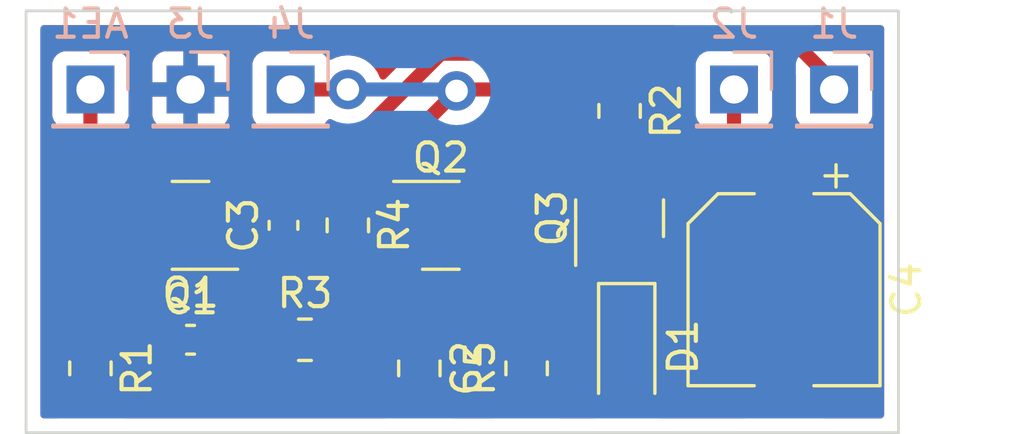
<source format=kicad_pcb>
(kicad_pcb (version 20211014) (generator pcbnew)
  (layers (0 "F.Cu" signal) (31 "B.Cu" signal) (34 "B.Paste" user) (35 "F.Paste" user) (36 "B.SilkS" user "B.Silkscreen") (37 "F.SilkS" user "F.Silkscreen") (38 "B.Mask" user) (39 "F.Mask" user) (44 "Edge.Cuts" user))
  (net 0 "")
  (net 1 "Net-(AE1-Pad1)")
  (net 2 "Net-(C1-Pad2)")
  (net 3 "Net-(C2-Pad1)")
  (net 4 "GND")
  (net 5 "Net-(C3-Pad1)")
  (net 6 "Net-(C3-Pad2)")
  (net 7 "Net-(C4-Pad1)")
  (net 8 "Net-(Q1-Pad3)")
  (net 9 "+5V")
  (footprint "Capacitor_SMD:CP_Elec_6.3x5.8" (layer "F.Cu") (at 114.808 89.662 -90)
    (fp_text reference "C4" (at 0 -4.35 90) (layer "F.SilkS"))
    (fp_text value "47u")
    (fp_line (start -2.345563 3.41) (end 3.41 3.41) (layer "F.SilkS") (width 0.12))
    (fp_line (start -3.41 -2.345563) (end -3.41 -1.06) (layer "F.SilkS") (width 0.12))
    (fp_line (start -4.4375 -1.8475) (end -3.65 -1.8475) (layer "F.SilkS") (width 0.12))
    (fp_line (start 3.41 -3.41) (end 3.41 -1.06) (layer "F.SilkS") (width 0.12))
    (fp_line (start -3.41 2.345563) (end -3.41 1.06) (layer "F.SilkS") (width 0.12))
    (fp_line (start 3.41 3.41) (end 3.41 1.06) (layer "F.SilkS") (width 0.12))
    (fp_line (start -3.41 2.345563) (end -2.345563 3.41) (layer "F.SilkS") (width 0.12))
    (fp_line (start -2.345563 -3.41) (end 3.41 -3.41) (layer "F.SilkS") (width 0.12))
    (fp_line (start -3.41 -2.345563) (end -2.345563 -3.41) (layer "F.SilkS") (width 0.12))
    (fp_line (start -4.04375 -2.24125) (end -4.04375 -1.45375) (layer "F.SilkS") (width 0.12))
    (pad "1" smd roundrect (at -2.7 0 270) (size 3.5 1.6) (layers "F.Cu" "F.Paste" "F.Mask") (roundrect_rratio 0.15625) (net 7 "Net-(C4-Pad1)"))
    (pad "2" smd roundrect (at 2.7 0 270) (size 3.5 1.6) (layers "F.Cu" "F.Paste" "F.Mask") (roundrect_rratio 0.15625) (net 4 "GND"))
  )
  (footprint "Capacitor_SMD:C_0603_1608Metric" (layer "F.Cu") (at 93.726 91.44)
    (fp_text reference "C1" (at 0 -1.43) (layer "F.SilkS"))
    (fp_text value "100p")
    (fp_line (start -0.14058 -0.51) (end 0.14058 -0.51) (layer "F.SilkS") (width 0.12))
    (fp_line (start -0.14058 0.51) (end 0.14058 0.51) (layer "F.SilkS") (width 0.12))
    (pad "1" smd roundrect (at -0.775 0) (size 0.9 0.95) (layers "F.Cu" "F.Paste" "F.Mask") (net 1 "Net-(AE1-Pad1)"))
    (pad "2" smd roundrect (at 0.775 0) (size 0.9 0.95) (layers "F.Cu" "F.Paste" "F.Mask") (net 2 "Net-(C1-Pad2)"))
  )
  (footprint "Package_TO_SOT_SMD:SOT-23" (layer "F.Cu") (at 93.726 87.376 180)
    (fp_text reference "Q1" (at 0 -2.4) (layer "F.SilkS"))
    (fp_text value "Q_NPN_BEC")
    (fp_line (start 0 -1.56) (end -1.675 -1.56) (layer "F.SilkS") (width 0.12))
    (fp_line (start 0 -1.56) (end 0.65 -1.56) (layer "F.SilkS") (width 0.12))
    (fp_line (start 0 1.56) (end 0.65 1.56) (layer "F.SilkS") (width 0.12))
    (fp_line (start 0 1.56) (end -0.65 1.56) (layer "F.SilkS") (width 0.12))
    (pad "1" smd roundrect (at -0.9375 -0.95 180) (size 1.475 0.6) (layers "F.Cu" "F.Paste" "F.Mask") (net 2 "Net-(C1-Pad2)"))
    (pad "2" smd roundrect (at -0.9375 0.95 180) (size 1.475 0.6) (layers "F.Cu" "F.Paste" "F.Mask") (net 4 "GND"))
    (pad "3" smd roundrect (at 0.9375 0 180) (size 1.475 0.6) (layers "F.Cu" "F.Paste" "F.Mask") (net 8 "Net-(Q1-Pad3)"))
  )
  (footprint "Package_TO_SOT_SMD:SOT-23" (layer "F.Cu") (at 108.966 87.122 90)
    (fp_text reference "Q3" (at 0 -2.4 90) (layer "F.SilkS"))
    (fp_text value "Q_NPN_BEC")
    (fp_line (start 0 1.56) (end 0.65 1.56) (layer "F.SilkS") (width 0.12))
    (fp_line (start 0 -1.56) (end -1.675 -1.56) (layer "F.SilkS") (width 0.12))
    (fp_line (start 0 -1.56) (end 0.65 -1.56) (layer "F.SilkS") (width 0.12))
    (fp_line (start 0 1.56) (end -0.65 1.56) (layer "F.SilkS") (width 0.12))
    (pad "1" smd roundrect (at -0.9375 -0.95 90) (size 1.475 0.6) (layers "F.Cu" "F.Paste" "F.Mask") (net 6 "Net-(C3-Pad2)"))
    (pad "2" smd roundrect (at -0.9375 0.95 90) (size 1.475 0.6) (layers "F.Cu" "F.Paste" "F.Mask") (net 7 "Net-(C4-Pad1)"))
    (pad "3" smd roundrect (at 0.9375 0 90) (size 1.475 0.6) (layers "F.Cu" "F.Paste" "F.Mask") (net 9 "+5V"))
  )
  (footprint "Capacitor_SMD:C_0603_1608Metric" (layer "F.Cu") (at 97.028 87.376 90)
    (fp_text reference "C3" (at 0 -1.43 90) (layer "F.SilkS"))
    (fp_text value "4.7n")
    (fp_line (start -0.14058 0.51) (end 0.14058 0.51) (layer "F.SilkS") (width 0.12))
    (fp_line (start -0.14058 -0.51) (end 0.14058 -0.51) (layer "F.SilkS") (width 0.12))
    (pad "1" smd roundrect (at -0.775 0 90) (size 0.9 0.95) (layers "F.Cu" "F.Paste" "F.Mask") (net 5 "Net-(C3-Pad1)"))
    (pad "2" smd roundrect (at 0.775 0 90) (size 0.9 0.95) (layers "F.Cu" "F.Paste" "F.Mask") (net 6 "Net-(C3-Pad2)"))
  )
  (footprint "Resistor_SMD:R_0805_2012Metric" (layer "F.Cu") (at 97.79 91.44)
    (fp_text reference "R3" (at 0 -1.65) (layer "F.SilkS"))
    (fp_text value "698k")
    (fp_line (start -0.227064 -0.735) (end 0.227064 -0.735) (layer "F.SilkS") (width 0.12))
    (fp_line (start -0.227064 0.735) (end 0.227064 0.735) (layer "F.SilkS") (width 0.12))
    (pad "1" smd roundrect (at -0.9125 0) (size 1.025 1.4) (layers "F.Cu" "F.Paste" "F.Mask") (roundrect_rratio 0.243902439) (net 2 "Net-(C1-Pad2)"))
    (pad "2" smd roundrect (at 0.9125 0) (size 1.025 1.4) (layers "F.Cu" "F.Paste" "F.Mask") (roundrect_rratio 0.243902439) (net 3 "Net-(C2-Pad1)"))
  )
  (footprint "Package_TO_SOT_SMD:SOT-23" (layer "F.Cu") (at 102.616 87.376)
    (fp_text reference "Q2" (at 0 -2.4) (layer "F.SilkS"))
    (fp_text value "Q_NPN_BEC")
    (fp_line (start 0 -1.56) (end 0.65 -1.56) (layer "F.SilkS") (width 0.12))
    (fp_line (start 0 1.56) (end 0.65 1.56) (layer "F.SilkS") (width 0.12))
    (fp_line (start 0 1.56) (end -0.65 1.56) (layer "F.SilkS") (width 0.12))
    (fp_line (start 0 -1.56) (end -1.675 -1.56) (layer "F.SilkS") (width 0.12))
    (pad "1" smd roundrect (at -0.9375 -0.95) (size 1.475 0.6) (layers "F.Cu" "F.Paste" "F.Mask") (net 8 "Net-(Q1-Pad3)"))
    (pad "2" smd roundrect (at -0.9375 0.95) (size 1.475 0.6) (layers "F.Cu" "F.Paste" "F.Mask") (net 3 "Net-(C2-Pad1)"))
    (pad "3" smd roundrect (at 0.9375 0) (size 1.475 0.6) (layers "F.Cu" "F.Paste" "F.Mask") (net 5 "Net-(C3-Pad1)"))
  )
  (footprint "Resistor_SMD:R_0805_2012Metric" (layer "F.Cu") (at 108.966 83.312 -90)
    (fp_text reference "R2" (at 0 -1.65 90) (layer "F.SilkS"))
    (fp_text value "330k")
    (fp_line (start -0.227064 0.735) (end 0.227064 0.735) (layer "F.SilkS") (width 0.12))
    (fp_line (start -0.227064 -0.735) (end 0.227064 -0.735) (layer "F.SilkS") (width 0.12))
    (pad "1" smd roundrect (at -0.9125 0 270) (size 1.025 1.4) (layers "F.Cu" "F.Paste" "F.Mask") (roundrect_rratio 0.243902439) (net 9 "+5V"))
    (pad "2" smd roundrect (at 0.9125 0 270) (size 1.025 1.4) (layers "F.Cu" "F.Paste" "F.Mask") (roundrect_rratio 0.243902439) (net 8 "Net-(Q1-Pad3)"))
  )
  (footprint "Resistor_SMD:R_0805_2012Metric" (layer "F.Cu") (at 99.314 87.376 -90)
    (fp_text reference "R4" (at 0 -1.65 90) (layer "F.SilkS"))
    (fp_text value "100k")
    (fp_line (start -0.227064 0.735) (end 0.227064 0.735) (layer "F.SilkS") (width 0.12))
    (fp_line (start -0.227064 -0.735) (end 0.227064 -0.735) (layer "F.SilkS") (width 0.12))
    (pad "1" smd roundrect (at -0.9125 0 270) (size 1.025 1.4) (layers "F.Cu" "F.Paste" "F.Mask") (roundrect_rratio 0.243902439) (net 9 "+5V"))
    (pad "2" smd roundrect (at 0.9125 0 270) (size 1.025 1.4) (layers "F.Cu" "F.Paste" "F.Mask") (roundrect_rratio 0.243902439) (net 5 "Net-(C3-Pad1)"))
  )
  (footprint "Resistor_SMD:R_0805_2012Metric" (layer "F.Cu") (at 105.664 92.456 90)
    (fp_text reference "R5" (at 0 -1.65 90) (layer "F.SilkS"))
    (fp_text value "15k")
    (fp_line (start -0.227064 -0.735) (end 0.227064 -0.735) (layer "F.SilkS") (width 0.12))
    (fp_line (start -0.227064 0.735) (end 0.227064 0.735) (layer "F.SilkS") (width 0.12))
    (pad "1" smd roundrect (at -0.9125 0 90) (size 1.025 1.4) (layers "F.Cu" "F.Paste" "F.Mask") (roundrect_rratio 0.243902439) (net 4 "GND"))
    (pad "2" smd roundrect (at 0.9125 0 90) (size 1.025 1.4) (layers "F.Cu" "F.Paste" "F.Mask") (roundrect_rratio 0.243902439) (net 3 "Net-(C2-Pad1)"))
  )
  (footprint "Resistor_SMD:R_0805_2012Metric" (layer "F.Cu") (at 90.17 92.456 -90)
    (fp_text reference "R1" (at 0 -1.65 90) (layer "F.SilkS"))
    (fp_text value "10M")
    (fp_line (start -0.227064 0.735) (end 0.227064 0.735) (layer "F.SilkS") (width 0.12))
    (fp_line (start -0.227064 -0.735) (end 0.227064 -0.735) (layer "F.SilkS") (width 0.12))
    (pad "1" smd roundrect (at -0.9125 0 270) (size 1.025 1.4) (layers "F.Cu" "F.Paste" "F.Mask") (roundrect_rratio 0.243902439) (net 1 "Net-(AE1-Pad1)"))
    (pad "2" smd roundrect (at 0.9125 0 270) (size 1.025 1.4) (layers "F.Cu" "F.Paste" "F.Mask") (roundrect_rratio 0.243902439) (net 4 "GND"))
  )
  (footprint "Diode_SMD:D_SOD-123" (layer "F.Cu") (at 109.22 91.694 -90)
    (fp_text reference "D1" (at 0 -2 90) (layer "F.SilkS"))
    (fp_text value "1N4001")
    (fp_line (start -2.25 -1) (end 1.65 -1) (layer "F.SilkS") (width 0.12))
    (fp_line (start -2.25 1) (end 1.65 1) (layer "F.SilkS") (width 0.12))
    (fp_line (start -2.25 -1) (end -2.25 1) (layer "F.SilkS") (width 0.12))
    (pad "1" smd rect (at -1.65 0 270) (size 0.9 1.2) (layers "F.Cu" "F.Paste" "F.Mask") (net 6 "Net-(C3-Pad2)"))
    (pad "2" smd rect (at 1.65 0 270) (size 0.9 1.2) (layers "F.Cu" "F.Paste" "F.Mask") (net 4 "GND"))
  )
  (footprint "Capacitor_SMD:C_0805_2012Metric" (layer "F.Cu") (at 101.854 92.456 -90)
    (fp_text reference "C2" (at 0 -1.68 90) (layer "F.SilkS"))
    (fp_text value "10n")
    (fp_line (start -0.261252 -0.735) (end 0.261252 -0.735) (layer "F.SilkS") (width 0.12))
    (fp_line (start -0.261252 0.735) (end 0.261252 0.735) (layer "F.SilkS") (width 0.12))
    (pad "1" smd roundrect (at -0.95 0 270) (size 1 1.45) (layers "F.Cu" "F.Paste" "F.Mask") (net 3 "Net-(C2-Pad1)"))
    (pad "2" smd roundrect (at 0.95 0 270) (size 1 1.45) (layers "F.Cu" "F.Paste" "F.Mask") (net 4 "GND"))
  )
  (footprint "Connector_PinHeader_2.54mm:PinHeader_1x01_P2.54mm_Vertical" (layer "B.Cu") (at 93.726 82.55 180)
    (fp_text reference "J3" (at 0 2.33) (layer "B.SilkS") (effects (justify mirror)))
    (fp_text value "Conn_01x01_Male")
    (fp_line (start -1.33 1.33) (end 0 1.33) (layer "B.SilkS") (width 0.12))
    (fp_line (start -1.33 0) (end -1.33 1.33) (layer "B.SilkS") (width 0.12))
    (fp_line (start 1.33 -1.27) (end 1.33 -1.33) (layer "B.SilkS") (width 0.12))
    (fp_line (start -1.33 -1.33) (end 1.33 -1.33) (layer "B.SilkS") (width 0.12))
    (fp_line (start -1.33 -1.27) (end 1.33 -1.27) (layer "B.SilkS") (width 0.12))
    (fp_line (start -1.33 -1.27) (end -1.33 -1.33) (layer "B.SilkS") (width 0.12))
    (pad "1" thru_hole rect (at 0 0 180) (size 1.7 1.7) (drill 1) (layers *.Cu *.Mask) (net 4 "GND"))
  )
  (footprint "Connector_PinHeader_2.54mm:PinHeader_1x01_P2.54mm_Vertical" (layer "B.Cu") (at 97.282 82.55 180)
    (fp_text reference "J4" (at 0 2.33) (layer "B.SilkS") (effects (justify mirror)))
    (fp_text value "Conn_01x01_Male")
    (fp_line (start 1.33 -1.27) (end 1.33 -1.33) (layer "B.SilkS") (width 0.12))
    (fp_line (start -1.33 0) (end -1.33 1.33) (layer "B.SilkS") (width 0.12))
    (fp_line (start -1.33 -1.33) (end 1.33 -1.33) (layer "B.SilkS") (width 0.12))
    (fp_line (start -1.33 -1.27) (end -1.33 -1.33) (layer "B.SilkS") (width 0.12))
    (fp_line (start -1.33 -1.27) (end 1.33 -1.27) (layer "B.SilkS") (width 0.12))
    (fp_line (start -1.33 1.33) (end 0 1.33) (layer "B.SilkS") (width 0.12))
    (pad "1" thru_hole rect (at 0 0 180) (size 1.7 1.7) (drill 1) (layers *.Cu *.Mask) (net 9 "+5V"))
  )
  (footprint "Connector_PinHeader_2.54mm:PinHeader_1x01_P2.54mm_Vertical" (layer "B.Cu") (at 116.586 82.55 180)
    (fp_text reference "J1" (at 0 2.33) (layer "B.SilkS") (effects (justify mirror)))
    (fp_text value "Conn_01x01_Male")
    (fp_line (start -1.33 -1.33) (end 1.33 -1.33) (layer "B.SilkS") (width 0.12))
    (fp_line (start -1.33 0) (end -1.33 1.33) (layer "B.SilkS") (width 0.12))
    (fp_line (start -1.33 -1.27) (end 1.33 -1.27) (layer "B.SilkS") (width 0.12))
    (fp_line (start -1.33 -1.27) (end -1.33 -1.33) (layer "B.SilkS") (width 0.12))
    (fp_line (start -1.33 1.33) (end 0 1.33) (layer "B.SilkS") (width 0.12))
    (fp_line (start 1.33 -1.27) (end 1.33 -1.33) (layer "B.SilkS") (width 0.12))
    (pad "1" thru_hole rect (at 0 0 180) (size 1.7 1.7) (drill 1) (layers *.Cu *.Mask) (net 6 "Net-(C3-Pad2)"))
  )
  (footprint "Connector_PinHeader_2.54mm:PinHeader_1x01_P2.54mm_Vertical" (layer "B.Cu") (at 90.17 82.55 180)
    (fp_text reference "AE1" (at 0 2.33) (layer "B.SilkS") (effects (justify mirror)))
    (fp_text value "Antenna")
    (fp_line (start -1.33 1.33) (end 0 1.33) (layer "B.SilkS") (width 0.12))
    (fp_line (start 1.33 -1.27) (end 1.33 -1.33) (layer "B.SilkS") (width 0.12))
    (fp_line (start -1.33 -1.27) (end -1.33 -1.33) (layer "B.SilkS") (width 0.12))
    (fp_line (start -1.33 -1.27) (end 1.33 -1.27) (layer "B.SilkS") (width 0.12))
    (fp_line (start -1.33 -1.33) (end 1.33 -1.33) (layer "B.SilkS") (width 0.12))
    (fp_line (start -1.33 0) (end -1.33 1.33) (layer "B.SilkS") (width 0.12))
    (pad "1" thru_hole rect (at 0 0 180) (size 1.7 1.7) (drill 1) (layers *.Cu *.Mask) (net 1 "Net-(AE1-Pad1)"))
  )
  (footprint "Connector_PinHeader_2.54mm:PinHeader_1x01_P2.54mm_Vertical" (layer "B.Cu") (at 113.03 82.55 180)
    (fp_text reference "J2" (at 0 2.33) (layer "B.SilkS") (effects (justify mirror)))
    (fp_text value "Conn_01x01_Male")
    (fp_line (start -1.33 -1.33) (end 1.33 -1.33) (layer "B.SilkS") (width 0.12))
    (fp_line (start 1.33 -1.27) (end 1.33 -1.33) (layer "B.SilkS") (width 0.12))
    (fp_line (start -1.33 -1.27) (end 1.33 -1.27) (layer "B.SilkS") (width 0.12))
    (fp_line (start -1.33 0) (end -1.33 1.33) (layer "B.SilkS") (width 0.12))
    (fp_line (start -1.33 -1.27) (end -1.33 -1.33) (layer "B.SilkS") (width 0.12))
    (fp_line (start -1.33 1.33) (end 0 1.33) (layer "B.SilkS") (width 0.12))
    (pad "1" thru_hole rect (at 0 0 180) (size 1.7 1.7) (drill 1) (layers *.Cu *.Mask) (net 7 "Net-(C4-Pad1)"))
  )
  (gr_rect (start 87.884 79.756) (end 118.872 94.742) (layer "Edge.Cuts") (width 0.1) (fill none))
  (segment (start 92.776 91.44) (end 90.2735 91.44) (width 0.5) (layer "F.Cu") (net 1))
  (segment (start 90.17 82.55) (end 90.17 91.5435) (width 0.5) (layer "F.Cu") (net 1))
  (segment (start 90.2735 91.44) (end 90.17 91.5435) (width 0.25) (layer "F.Cu") (net 1))
  (segment (start 94.676 91.44) (end 94.676 88.3385) (width 0.5) (layer "F.Cu") (net 2))
  (segment (start 94.676 91.44) (end 96.8775 91.44) (width 0.5) (layer "F.Cu") (net 2))
  (segment (start 94.676 88.3385) (end 94.6635 88.326) (width 0.25) (layer "F.Cu") (net 2))
  (segment (start 101.788 91.44) (end 101.854 91.506) (width 0.25) (layer "F.Cu") (net 3))
  (segment (start 98.7025 91.44) (end 101.788 91.44) (width 0.5) (layer "F.Cu") (net 3))
  (segment (start 101.854 91.506) (end 101.6785 91.3305) (width 0.25) (layer "F.Cu") (net 3))
  (segment (start 101.6785 91.3305) (end 101.6785 88.326) (width 0.5) (layer "F.Cu") (net 3))
  (segment (start 105.6265 91.506) (end 105.664 91.5435) (width 0.25) (layer "F.Cu") (net 3))
  (segment (start 101.854 91.506) (end 105.6265 91.506) (width 0.5) (layer "F.Cu") (net 3))
  (segment (start 99.314 88.2885) (end 100.4335 88.2885) (width 0.25) (layer "F.Cu") (net 5))
  (segment (start 97.028 88.326) (end 99.2765 88.326) (width 0.5) (layer "F.Cu") (net 5))
  (segment (start 100.4335 88.2885) (end 100.584 88.138) (width 0.25) (layer "F.Cu") (net 5))
  (segment (start 100.965249 87.63) (end 103.2995 87.63) (width 0.25) (layer "F.Cu") (net 5))
  (segment (start 100.584 88.138) (end 100.584 88.011249) (width 0.25) (layer "F.Cu") (net 5))
  (segment (start 103.2995 87.63) (end 103.5535 87.376) (width 0.25) (layer "F.Cu") (net 5))
  (segment (start 99.2765 88.326) (end 99.314 88.2885) (width 0.25) (layer "F.Cu") (net 5))
  (segment (start 100.584 88.011249) (end 100.965249 87.63) (width 0.25) (layer "F.Cu") (net 5))
  (segment (start 108.712 87.884) (end 108.712 87.847751) (width 0.25) (layer "F.Cu") (net 6))
  (segment (start 110.998 82.804) (end 110.998 82.729051) (width 0.5) (layer "F.Cu") (net 6))
  (segment (start 110.998 82.804) (end 110.998 86.2155) (width 0.5) (layer "F.Cu") (net 6))
  (segment (start 109.474 81.28) (end 110.998 82.804) (width 0.25) (layer "F.Cu") (net 6))
  (segment (start 108.016 88.0595) (end 108.5365 88.0595) (width 0.25) (layer "F.Cu") (net 6))
  (segment (start 108.712 87.847751) (end 109.691751 86.868) (width 0.25) (layer "F.Cu") (net 6))
  (segment (start 108.016 88.84) (end 109.22 90.044) (width 0.5) (layer "F.Cu") (net 6))
  (segment (start 108.8875 89.7115) (end 109.22 90.044) (width 0.25) (layer "F.Cu") (net 6))
  (segment (start 109.691751 86.868) (end 110.3455 86.868) (width 0.25) (layer "F.Cu") (net 6))
  (segment (start 110.3455 86.868) (end 110.998 86.2155) (width 0.25) (layer "F.Cu") (net 6))
  (segment (start 111.252 81.28) (end 111.76 80.772) (width 0.5) (layer "F.Cu") (net 6))
  (segment (start 110.998 82.729051) (end 109.548949 81.28) (width 0.5) (layer "F.Cu") (net 6))
  (segment (start 111.76 80.772) (end 115.062 80.772) (width 0.5) (layer "F.Cu") (net 6))
  (segment (start 109.474 81.28) (end 111.252 81.28) (width 0.5) (layer "F.Cu") (net 6))
  (segment (start 115.062 80.772) (end 116.586 82.296) (width 0.5) (layer "F.Cu") (net 6))
  (segment (start 109.548949 81.28) (end 102.616 81.28) (width 0.5) (layer "F.Cu") (net 6))
  (segment (start 108.016 88.0595) (end 108.016 88.84) (width 0.5) (layer "F.Cu") (net 6))
  (segment (start 108.5365 88.0595) (end 108.712 87.884) (width 0.25) (layer "F.Cu") (net 6))
  (segment (start 102.616 81.28) (end 97.47 86.426) (width 0.5) (layer "F.Cu") (net 6))
  (segment (start 97.028 86.426) (end 97.47 86.426) (width 0.25) (layer "F.Cu") (net 6))
  (segment (start 113.03 85.184) (end 114.808 86.962) (width 0.5) (layer "F.Cu") (net 7))
  (segment (start 109.916 88.0595) (end 113.7105 88.0595) (width 0.5) (layer "F.Cu") (net 7))
  (segment (start 113.7105 88.0595) (end 114.808 86.962) (width 0.5) (layer "F.Cu") (net 7))
  (segment (start 113.03 82.55) (end 113.03 85.184) (width 0.5) (layer "F.Cu") (net 7))
  (segment (start 101.6785 86.426) (end 104.2845 83.82) (width 0.5) (layer "F.Cu") (net 8))
  (segment (start 100.582853 87.376) (end 101.532853 86.426) (width 0.25) (layer "F.Cu") (net 8))
  (segment (start 92.7885 87.376) (end 100.582853 87.376) (width 0.25) (layer "F.Cu") (net 8))
  (segment (start 108.5615 83.82) (end 108.966 84.2245) (width 0.5) (layer "F.Cu") (net 8))
  (segment (start 101.532853 86.426) (end 101.6785 86.426) (width 0.25) (layer "F.Cu") (net 8))
  (segment (start 104.2845 83.82) (end 108.5615 83.82) (width 0.5) (layer "F.Cu") (net 8))
  (segment (start 99.314 86.4635) (end 103.17575 82.60175) (width 0.5) (layer "F.Cu") (net 9))
  (segment (start 103.2275 82.55) (end 108.8155 82.55) (width 0.5) (layer "F.Cu") (net 9))
  (segment (start 108.966 86.1845) (end 109.3955 86.1845) (width 0.5) (layer "F.Cu") (net 9))
  (segment (start 110.236 83.6695) (end 108.966 82.3995) (width 0.5) (layer "F.Cu") (net 9))
  (segment (start 110.236 85.344) (end 110.236 83.6695) (width 0.5) (layer "F.Cu") (net 9))
  (segment (start 103.17575 82.60175) (end 103.2275 82.55) (width 0.25) (layer "F.Cu") (net 9))
  (segment (start 108.8155 82.55) (end 108.966 82.3995) (width 0.25) (layer "F.Cu") (net 9))
  (segment (start 97.282 82.55) (end 99.314 82.55) (width 0.5) (layer "F.Cu") (net 9))
  (segment (start 109.3955 86.1845) (end 110.236 85.344) (width 0.5) (layer "F.Cu") (net 9))
  (via (at 99.314 82.55) (size 1.4) (drill 0.8) (layers "F.Cu" "B.Cu") (net 9))
  (via (at 103.17575 82.60175) (size 1.4) (drill 0.8) (layers "F.Cu" "B.Cu") (net 9))
  (segment (start 99.314 82.55) (end 103.124 82.55) (width 0.5) (layer "B.Cu") (net 9))
  (segment (start 103.124 82.55) (end 103.17575 82.60175) (width 0.25) (layer "B.Cu") (net 9))
  (zone (net 4) (net_name "GND") (layer "F.Cu") (connect_pads (clearance 0.508)) (min_thickness 0.254) (fill yes (thermal_gap 0.508) (thermal_bridge_width 0.508))
    (polygon (pts (xy 118.872 94.742) (xy 87.884 94.742) (xy 87.884 79.756) (xy 118.872 79.756)))
  )
  (zone (net 4) (net_name "GND") (layer "B.Cu") (connect_pads (clearance 0.508)) (min_thickness 0.254) (fill yes (thermal_gap 0.508) (thermal_bridge_width 0.508))
    (polygon (pts (xy 118.872 94.742) (xy 87.884 94.742) (xy 87.884 79.756) (xy 118.872 79.756)))
  )
)
</source>
